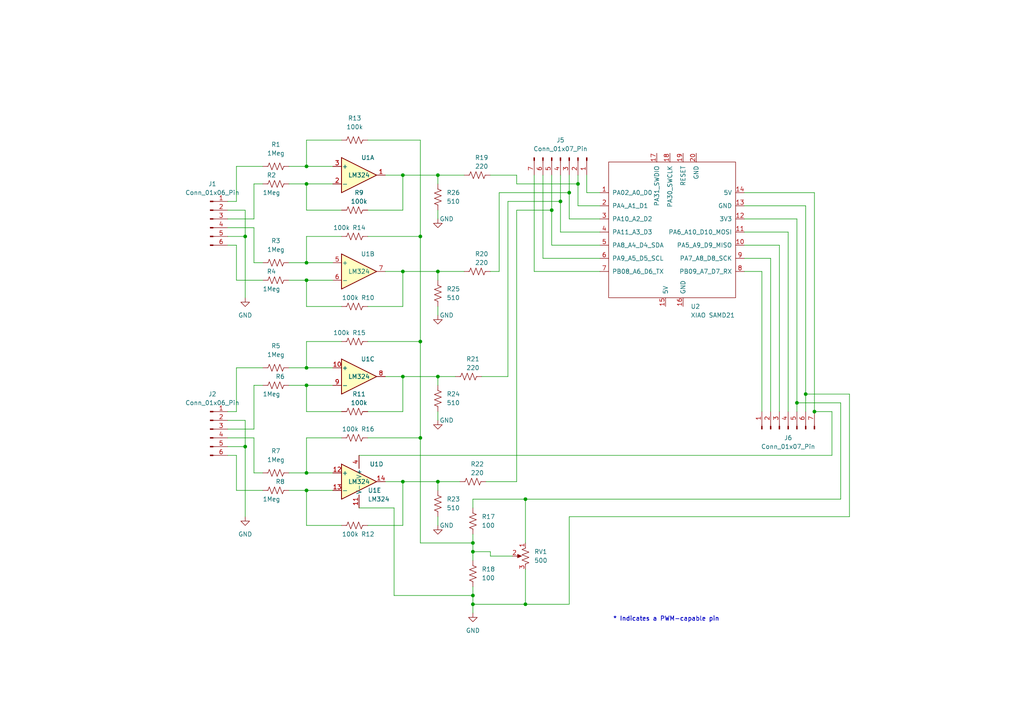
<source format=kicad_sch>
(kicad_sch (version 20230121) (generator eeschema)
  (paper "A4")
  (title_block (date "mar. 31 mars 2015"))
  (lib_symbols
    (symbol "Amplifier_Operational:LM324" (pin_names (offset 0.127))
      (property "Reference" "U" (at 0 5.08 0))
      (property "Value" "LM324" (at 0 -5.08 0))
      (symbol "LM324_1_1"
        (polyline (pts (xy -5.08 5.08) (xy 5.08 0) (xy -5.08 -5.08) (xy -5.08 5.08)) (stroke (width 0.254)) (fill (type background)))
        (pin output line (at 7.62 0 180) (length 2.54) (name "~") (number "1"))
        (pin input line (at -7.62 -2.54 0) (length 2.54) (name "-") (number "2"))
        (pin input line (at -7.62 2.54 0) (length 2.54) (name "+") (number "3"))
      )
      (symbol "LM324_2_1"
        (polyline (pts (xy -5.08 5.08) (xy 5.08 0) (xy -5.08 -5.08) (xy -5.08 5.08)) (stroke (width 0.254)) (fill (type background)))
        (pin input line (at -7.62 2.54 0) (length 2.54) (name "+") (number "5"))
        (pin input line (at -7.62 -2.54 0) (length 2.54) (name "-") (number "6"))
        (pin output line (at 7.62 0 180) (length 2.54) (name "~") (number "7"))
      )
      (symbol "LM324_3_1"
        (polyline (pts (xy -5.08 5.08) (xy 5.08 0) (xy -5.08 -5.08) (xy -5.08 5.08)) (stroke (width 0.254)) (fill (type background)))
        (pin input line (at -7.62 2.54 0) (length 2.54) (name "+") (number "10"))
        (pin output line (at 7.62 0 180) (length 2.54) (name "~") (number "8"))
        (pin input line (at -7.62 -2.54 0) (length 2.54) (name "-") (number "9"))
      )
      (symbol "LM324_4_1"
        (polyline (pts (xy -5.08 5.08) (xy 5.08 0) (xy -5.08 -5.08) (xy -5.08 5.08)) (stroke (width 0.254)) (fill (type background)))
        (pin input line (at -7.62 2.54 0) (length 2.54) (name "+") (number "12"))
        (pin input line (at -7.62 -2.54 0) (length 2.54) (name "-") (number "13"))
        (pin output line (at 7.62 0 180) (length 2.54) (name "~") (number "14"))
      )
      (symbol "LM324_5_1"
        (pin power_in line (at -2.54 -7.62 90) (length 3.81) (name "V-") (number "11"))
        (pin power_in line (at -2.54 7.62 270) (length 3.81) (name "V+") (number "4"))
      )
    )
    (symbol "Connector:Conn_01x06_Pin" (pin_names (offset 1.016) hide)
      (property "Reference" "J" (at 0 7.62 0))
      (property "Value" "Conn_01x06_Pin" (at 0 -10.16 0))
      (symbol "Conn_01x06_Pin_1_1"
        (polyline (pts (xy 1.27 -7.62) (xy 0.8636 -7.62)) (stroke (width 0.1524)))
        (polyline (pts (xy 1.27 -5.08) (xy 0.8636 -5.08)) (stroke (width 0.1524)))
        (polyline (pts (xy 1.27 -2.54) (xy 0.8636 -2.54)) (stroke (width 0.1524)))
        (polyline (pts (xy 1.27 0) (xy 0.8636 0)) (stroke (width 0.1524)))
        (polyline (pts (xy 1.27 2.54) (xy 0.8636 2.54)) (stroke (width 0.1524)))
        (polyline (pts (xy 1.27 5.08) (xy 0.8636 5.08)) (stroke (width 0.1524)))
        (rectangle (start 0.8636 -7.493) (end 0 -7.747) (stroke (width 0.1524)) (fill (type outline)))
        (rectangle (start 0.8636 -4.953) (end 0 -5.207) (stroke (width 0.1524)) (fill (type outline)))
        (rectangle (start 0.8636 -2.413) (end 0 -2.667) (stroke (width 0.1524)) (fill (type outline)))
        (rectangle (start 0.8636 0.127) (end 0 -0.127) (stroke (width 0.1524)) (fill (type outline)))
        (rectangle (start 0.8636 2.667) (end 0 2.413) (stroke (width 0.1524)) (fill (type outline)))
        (rectangle (start 0.8636 5.207) (end 0 4.953) (stroke (width 0.1524)) (fill (type outline)))
        (pin passive line (at 5.08 5.08 180) (length 3.81) (name "Pin_1") (number "1"))
        (pin passive line (at 5.08 2.54 180) (length 3.81) (name "Pin_2") (number "2"))
        (pin passive line (at 5.08 0 180) (length 3.81) (name "Pin_3") (number "3"))
        (pin passive line (at 5.08 -2.54 180) (length 3.81) (name "Pin_4") (number "4"))
        (pin passive line (at 5.08 -5.08 180) (length 3.81) (name "Pin_5") (number "5"))
        (pin passive line (at 5.08 -7.62 180) (length 3.81) (name "Pin_6") (number "6"))
      )
    )
    (symbol "Connector:Conn_01x07_Pin" (pin_names (offset 1.016) hide)
      (property "Reference" "J" (at 0 10.16 0))
      (property "Value" "Conn_01x07_Pin" (at 0 -10.16 0))
      (symbol "Conn_01x07_Pin_1_1"
        (polyline (pts (xy 1.27 -7.62) (xy 0.8636 -7.62)) (stroke (width 0.1524)))
        (polyline (pts (xy 1.27 -5.08) (xy 0.8636 -5.08)) (stroke (width 0.1524)))
        (polyline (pts (xy 1.27 -2.54) (xy 0.8636 -2.54)) (stroke (width 0.1524)))
        (polyline (pts (xy 1.27 0) (xy 0.8636 0)) (stroke (width 0.1524)))
        (polyline (pts (xy 1.27 2.54) (xy 0.8636 2.54)) (stroke (width 0.1524)))
        (polyline (pts (xy 1.27 5.08) (xy 0.8636 5.08)) (stroke (width 0.1524)))
        (polyline (pts (xy 1.27 7.62) (xy 0.8636 7.62)) (stroke (width 0.1524)))
        (rectangle (start 0.8636 -7.493) (end 0 -7.747) (stroke (width 0.1524)) (fill (type outline)))
        (rectangle (start 0.8636 -4.953) (end 0 -5.207) (stroke (width 0.1524)) (fill (type outline)))
        (rectangle (start 0.8636 -2.413) (end 0 -2.667) (stroke (width 0.1524)) (fill (type outline)))
        (rectangle (start 0.8636 0.127) (end 0 -0.127) (stroke (width 0.1524)) (fill (type outline)))
        (rectangle (start 0.8636 2.667) (end 0 2.413) (stroke (width 0.1524)) (fill (type outline)))
        (rectangle (start 0.8636 5.207) (end 0 4.953) (stroke (width 0.1524)) (fill (type outline)))
        (rectangle (start 0.8636 7.747) (end 0 7.493) (stroke (width 0.1524)) (fill (type outline)))
        (pin passive line (at 5.08 7.62 180) (length 3.81) (name "Pin_1") (number "1"))
        (pin passive line (at 5.08 5.08 180) (length 3.81) (name "Pin_2") (number "2"))
        (pin passive line (at 5.08 2.54 180) (length 3.81) (name "Pin_3") (number "3"))
        (pin passive line (at 5.08 0 180) (length 3.81) (name "Pin_4") (number "4"))
        (pin passive line (at 5.08 -2.54 180) (length 3.81) (name "Pin_5") (number "5"))
        (pin passive line (at 5.08 -5.08 180) (length 3.81) (name "Pin_6") (number "6"))
        (pin passive line (at 5.08 -7.62 180) (length 3.81) (name "Pin_7") (number "7"))
      )
    )
    (symbol "Device:R_Potentiometer_US" (pin_names (offset 1.016) hide)
      (property "Reference" "RV" (at -4.445 0 90))
      (property "Value" "R_Potentiometer_US" (at -2.54 0 90))
      (symbol "R_Potentiometer_US_0_1"
        (polyline (pts (xy 0 -2.286) (xy 0 -2.54)))
        (polyline (pts (xy 0 2.54) (xy 0 2.286)))
        (polyline (pts (xy 2.54 0) (xy 1.524 0)))
        (polyline (pts (xy 1.143 0) (xy 2.286 0.508) (xy 2.286 -0.508) (xy 1.143 0)) (fill (type outline)))
        (polyline (pts (xy 0 -0.762) (xy 1.016 -1.143) (xy 0 -1.524) (xy -1.016 -1.905) (xy 0 -2.286)))
        (polyline (pts (xy 0 0.762) (xy 1.016 0.381) (xy 0 0) (xy -1.016 -0.381) (xy 0 -0.762)))
        (polyline (pts (xy 0 2.286) (xy 1.016 1.905) (xy 0 1.524) (xy -1.016 1.143) (xy 0 0.762)))
      )
      (symbol "R_Potentiometer_US_1_1"
        (pin passive line (at 0 3.81 270) (length 1.27) (name "1") (number "1"))
        (pin passive line (at 3.81 0 180) (length 1.27) (name "2") (number "2"))
        (pin passive line (at 0 -3.81 90) (length 1.27) (name "3") (number "3"))
      )
    )
    (symbol "Device:R_US" (pin_numbers hide) (pin_names (offset 0))
      (property "Reference" "R" (at 2.54 0 90))
      (property "Value" "R_US" (at -2.54 0 90))
      (symbol "R_US_0_1"
        (polyline (pts (xy 0 -2.286) (xy 0 -2.54)))
        (polyline (pts (xy 0 2.286) (xy 0 2.54)))
        (polyline (pts (xy 0 -0.762) (xy 1.016 -1.143) (xy 0 -1.524) (xy -1.016 -1.905) (xy 0 -2.286)))
        (polyline (pts (xy 0 0.762) (xy 1.016 0.381) (xy 0 0) (xy -1.016 -0.381) (xy 0 -0.762)))
        (polyline (pts (xy 0 2.286) (xy 1.016 1.905) (xy 0 1.524) (xy -1.016 1.143) (xy 0 0.762)))
      )
      (symbol "R_US_1_1"
        (pin passive line (at 0 3.81 270) (length 1.27) (name "~") (number "1"))
        (pin passive line (at 0 -3.81 90) (length 1.27) (name "~") (number "2"))
      )
    )
    (symbol "Seeeduino XIAO:SeeeduinoXIAO" (pin_names (offset 1.016))
      (property "Reference" "U" (at -19.05 22.86 0))
      (property "Value" "SeeeduinoXIAO" (at -12.7 21.59 0))
      (symbol "SeeeduinoXIAO_0_1"
        (rectangle (start -19.05 20.32) (end 17.78 -19.05))
      )
      (symbol "SeeeduinoXIAO_1_1"
        (pin unspecified line (at -21.59 11.43 0) (length 2.54) (name "PA02_A0_D0") (number "1"))
        (pin unspecified line (at 20.32 -3.81 180) (length 2.54) (name "PA5_A9_D9_MISO") (number "10"))
        (pin unspecified line (at 20.32 0 180) (length 2.54) (name "PA6_A10_D10_MOSI") (number "11"))
        (pin unspecified line (at 20.32 3.81 180) (length 2.54) (name "3V3") (number "12"))
        (pin unspecified line (at 20.32 7.62 180) (length 2.54) (name "GND") (number "13"))
        (pin unspecified line (at 20.32 11.43 180) (length 2.54) (name "5V") (number "14"))
        (pin input line (at -2.54 -21.59 90) (length 2.54) (name "5V") (number "15"))
        (pin input line (at 2.54 -21.59 90) (length 2.54) (name "GND") (number "16"))
        (pin input line (at -5.08 22.86 270) (length 2.54) (name "PA31_SWDIO") (number "17"))
        (pin input line (at -1.27 22.86 270) (length 2.54) (name "PA30_SWCLK") (number "18"))
        (pin input line (at 2.54 22.86 270) (length 2.54) (name "RESET") (number "19"))
        (pin unspecified line (at -21.59 7.62 0) (length 2.54) (name "PA4_A1_D1") (number "2"))
        (pin input line (at 6.35 22.86 270) (length 2.54) (name "GND") (number "20"))
        (pin unspecified line (at -21.59 3.81 0) (length 2.54) (name "PA10_A2_D2") (number "3"))
        (pin unspecified line (at -21.59 0 0) (length 2.54) (name "PA11_A3_D3") (number "4"))
        (pin unspecified line (at -21.59 -3.81 0) (length 2.54) (name "PA8_A4_D4_SDA") (number "5"))
        (pin unspecified line (at -21.59 -7.62 0) (length 2.54) (name "PA9_A5_D5_SCL") (number "6"))
        (pin unspecified line (at -21.59 -11.43 0) (length 2.54) (name "PB08_A6_D6_TX") (number "7"))
        (pin unspecified line (at 20.32 -11.43 180) (length 2.54) (name "PB09_A7_D7_RX") (number "8"))
        (pin unspecified line (at 20.32 -7.62 180) (length 2.54) (name "PA7_A8_D8_SCK") (number "9"))
      )
    )
    (symbol "power:GND" (power) (pin_names (offset 0))
      (property "Value" "GND" (at 0 -3.81 0))
      (symbol "GND_0_1"
        (polyline (pts (xy 0 0) (xy 0 -1.27) (xy 1.27 -1.27) (xy 0 -2.54) (xy -1.27 -1.27) (xy 0 -1.27)))
      )
      (symbol "GND_1_1"
        (pin power_in line (at 0 0 270) (length 0) hide (name "GND") (number "1"))
      )
    )
  )
  (junction (at 88.9 111.76))
  (junction (at 88.9 48.26))
  (junction (at 137.16 160.02))
  (junction (at 121.92 127))
  (junction (at 137.16 172.72))
  (junction (at 233.68 114.3))
  (junction (at 236.22 119.38))
  (junction (at 231.14 116.84))
  (junction (at 162.56 58.42))
  (junction (at 116.84 78.74))
  (junction (at 121.92 68.58))
  (junction (at 152.4 144.78))
  (junction (at 71.12 129.54))
  (junction (at 165.1 55.88))
  (junction (at 137.16 175.26))
  (junction (at 88.9 53.34))
  (junction (at 152.4 175.26))
  (junction (at 127 109.22))
  (junction (at 116.84 109.22))
  (junction (at 121.92 99.06))
  (junction (at 88.9 106.68))
  (junction (at 160.02 60.96))
  (junction (at 88.9 142.24))
  (junction (at 116.84 139.7))
  (junction (at 127 50.8))
  (junction (at 167.64 53.34))
  (junction (at 71.12 68.58))
  (junction (at 116.84 50.8))
  (junction (at 88.9 81.28))
  (junction (at 88.9 137.16))
  (junction (at 88.9 76.2))
  (junction (at 127 139.7))
  (junction (at 127 78.74))
  (junction (at 137.16 157.48))
  (wire (pts (xy 88.9 48.26) (xy 96.52 48.26)))
  (wire (pts (xy 73.66 66.04) (xy 66.04 66.04)))
  (wire (pts (xy 116.84 109.22) (xy 116.84 119.38)))
  (wire (pts (xy 147.32 58.42) (xy 162.56 58.42)))
  (wire (pts (xy 226.06 71.12) (xy 226.06 119.38)))
  (wire (pts (xy 99.06 40.64) (xy 88.9 40.64)))
  (wire (pts (xy 66.04 132.08) (xy 68.58 132.08)))
  (wire (pts (xy 236.22 119.38) (xy 241.3 119.38)))
  (wire (pts (xy 137.16 154.94) (xy 137.16 157.48)))
  (wire (pts (xy 162.56 58.42) (xy 162.56 67.31)))
  (wire (pts (xy 116.84 60.96) (xy 116.84 50.8)))
  (wire (pts (xy 88.9 106.68) (xy 96.52 106.68)))
  (wire (pts (xy 215.9 59.69) (xy 233.68 59.69)))
  (wire (pts (xy 149.86 53.34) (xy 167.64 53.34)))
  (wire (pts (xy 149.86 50.8) (xy 149.86 53.34)))
  (wire (pts (xy 88.9 76.2) (xy 96.52 76.2)))
  (wire (pts (xy 88.9 142.24) (xy 88.9 152.4)))
  (wire (pts (xy 233.68 59.69) (xy 233.68 114.3)))
  (wire (pts (xy 71.12 60.96) (xy 71.12 68.58)))
  (wire (pts (xy 83.82 81.28) (xy 88.9 81.28)))
  (wire (pts (xy 66.04 60.96) (xy 71.12 60.96)))
  (wire (pts (xy 99.06 127) (xy 88.9 127)))
  (wire (pts (xy 88.9 111.76) (xy 96.52 111.76)))
  (wire (pts (xy 144.78 78.74) (xy 144.78 55.88)))
  (wire (pts (xy 88.9 99.06) (xy 88.9 106.68)))
  (wire (pts (xy 83.82 106.68) (xy 88.9 106.68)))
  (wire (pts (xy 121.92 157.48) (xy 137.16 157.48)))
  (wire (pts (xy 121.92 127) (xy 121.92 99.06)))
  (wire (pts (xy 167.64 50.8) (xy 167.64 53.34)))
  (wire (pts (xy 106.68 60.96) (xy 116.84 60.96)))
  (wire (pts (xy 157.48 50.8) (xy 157.48 74.93)))
  (wire (pts (xy 223.52 74.93) (xy 223.52 119.38)))
  (wire (pts (xy 142.24 50.8) (xy 149.86 50.8)))
  (wire (pts (xy 160.02 50.8) (xy 160.02 60.96)))
  (wire (pts (xy 88.9 40.64) (xy 88.9 48.26)))
  (wire (pts (xy 76.2 137.16) (xy 73.66 137.16)))
  (wire (pts (xy 142.24 78.74) (xy 144.78 78.74)))
  (wire (pts (xy 236.22 55.88) (xy 236.22 119.38)))
  (wire (pts (xy 88.9 60.96) (xy 88.9 53.34)))
  (wire (pts (xy 76.2 81.28) (xy 68.58 81.28)))
  (wire (pts (xy 73.66 76.2) (xy 73.66 66.04)))
  (wire (pts (xy 76.2 53.34) (xy 73.66 53.34)))
  (wire (pts (xy 99.06 60.96) (xy 88.9 60.96)))
  (wire (pts (xy 66.04 124.46) (xy 73.66 124.46)))
  (wire (pts (xy 83.82 76.2) (xy 88.9 76.2)))
  (wire (pts (xy 215.9 71.12) (xy 226.06 71.12)))
  (wire (pts (xy 165.1 55.88) (xy 165.1 63.5)))
  (wire (pts (xy 116.84 109.22) (xy 127 109.22)))
  (wire (pts (xy 243.84 144.78) (xy 152.4 144.78)))
  (wire (pts (xy 106.68 152.4) (xy 116.84 152.4)))
  (wire (pts (xy 73.66 111.76) (xy 73.66 124.46)))
  (wire (pts (xy 137.16 157.48) (xy 137.16 160.02)))
  (wire (pts (xy 127 139.7) (xy 127 142.24)))
  (wire (pts (xy 106.68 119.38) (xy 116.84 119.38)))
  (wire (pts (xy 173.99 74.93) (xy 157.48 74.93)))
  (wire (pts (xy 127 78.74) (xy 127 81.28)))
  (wire (pts (xy 114.3 147.32) (xy 114.3 172.72)))
  (wire (pts (xy 127 109.22) (xy 127 111.76)))
  (wire (pts (xy 152.4 144.78) (xy 137.16 144.78)))
  (wire (pts (xy 116.84 139.7) (xy 116.84 152.4)))
  (wire (pts (xy 73.66 127) (xy 66.04 127)))
  (wire (pts (xy 231.14 116.84) (xy 231.14 119.38)))
  (wire (pts (xy 111.76 78.74) (xy 116.84 78.74)))
  (wire (pts (xy 88.9 81.28) (xy 88.9 88.9)))
  (wire (pts (xy 76.2 76.2) (xy 73.66 76.2)))
  (wire (pts (xy 137.16 170.18) (xy 137.16 172.72)))
  (wire (pts (xy 162.56 67.31) (xy 173.99 67.31)))
  (wire (pts (xy 127 119.38) (xy 127 121.92)))
  (wire (pts (xy 215.9 63.5) (xy 231.14 63.5)))
  (wire (pts (xy 83.82 142.24) (xy 88.9 142.24)))
  (wire (pts (xy 106.68 40.64) (xy 121.92 40.64)))
  (wire (pts (xy 149.86 60.96) (xy 149.86 139.7)))
  (wire (pts (xy 66.04 129.54) (xy 71.12 129.54)))
  (wire (pts (xy 170.18 55.88) (xy 173.99 55.88)))
  (wire (pts (xy 148.59 161.29) (xy 142.24 161.29)))
  (wire (pts (xy 106.68 68.58) (xy 121.92 68.58)))
  (wire (pts (xy 76.2 111.76) (xy 73.66 111.76)))
  (wire (pts (xy 116.84 78.74) (xy 127 78.74)))
  (wire (pts (xy 140.97 139.7) (xy 149.86 139.7)))
  (wire (pts (xy 68.58 119.38) (xy 66.04 119.38)))
  (wire (pts (xy 127 88.9) (xy 127 91.44)))
  (wire (pts (xy 165.1 50.8) (xy 165.1 55.88)))
  (wire (pts (xy 228.6 67.31) (xy 228.6 119.38)))
  (wire (pts (xy 76.2 48.26) (xy 68.58 48.26)))
  (wire (pts (xy 73.66 53.34) (xy 73.66 63.5)))
  (wire (pts (xy 99.06 68.58) (xy 88.9 68.58)))
  (wire (pts (xy 162.56 50.8) (xy 162.56 58.42)))
  (wire (pts (xy 137.16 175.26) (xy 137.16 177.8)))
  (wire (pts (xy 152.4 175.26) (xy 137.16 175.26)))
  (wire (pts (xy 66.04 68.58) (xy 71.12 68.58)))
  (wire (pts (xy 139.7 109.22) (xy 147.32 109.22)))
  (wire (pts (xy 170.18 50.8) (xy 170.18 55.88)))
  (wire (pts (xy 160.02 71.12) (xy 173.99 71.12)))
  (wire (pts (xy 127 78.74) (xy 134.62 78.74)))
  (wire (pts (xy 127 139.7) (xy 133.35 139.7)))
  (wire (pts (xy 68.58 48.26) (xy 68.58 58.42)))
  (wire (pts (xy 121.92 127) (xy 121.92 157.48)))
  (wire (pts (xy 152.4 144.78) (xy 152.4 157.48)))
  (wire (pts (xy 127 50.8) (xy 134.62 50.8)))
  (wire (pts (xy 106.68 88.9) (xy 116.84 88.9)))
  (wire (pts (xy 231.14 116.84) (xy 243.84 116.84)))
  (wire (pts (xy 68.58 81.28) (xy 68.58 71.12)))
  (wire (pts (xy 167.64 59.69) (xy 173.99 59.69)))
  (wire (pts (xy 167.64 53.34) (xy 167.64 59.69)))
  (wire (pts (xy 116.84 78.74) (xy 116.84 88.9)))
  (wire (pts (xy 121.92 68.58) (xy 121.92 99.06)))
  (wire (pts (xy 111.76 139.7) (xy 116.84 139.7)))
  (wire (pts (xy 76.2 142.24) (xy 68.58 142.24)))
  (wire (pts (xy 73.66 137.16) (xy 73.66 127)))
  (wire (pts (xy 142.24 160.02) (xy 137.16 160.02)))
  (wire (pts (xy 88.9 81.28) (xy 96.52 81.28)))
  (wire (pts (xy 111.76 109.22) (xy 116.84 109.22)))
  (wire (pts (xy 149.86 60.96) (xy 160.02 60.96)))
  (wire (pts (xy 68.58 142.24) (xy 68.58 132.08)))
  (wire (pts (xy 83.82 53.34) (xy 88.9 53.34)))
  (wire (pts (xy 233.68 114.3) (xy 246.38 114.3)))
  (wire (pts (xy 71.12 129.54) (xy 71.12 149.86)))
  (wire (pts (xy 220.98 78.74) (xy 220.98 119.38)))
  (wire (pts (xy 137.16 160.02) (xy 137.16 162.56)))
  (wire (pts (xy 173.99 78.74) (xy 154.94 78.74)))
  (wire (pts (xy 99.06 88.9) (xy 88.9 88.9)))
  (wire (pts (xy 127 149.86) (xy 127 152.4)))
  (wire (pts (xy 154.94 50.8) (xy 154.94 78.74)))
  (wire (pts (xy 142.24 161.29) (xy 142.24 160.02)))
  (wire (pts (xy 88.9 111.76) (xy 88.9 119.38)))
  (wire (pts (xy 215.9 78.74) (xy 220.98 78.74)))
  (wire (pts (xy 66.04 63.5) (xy 73.66 63.5)))
  (wire (pts (xy 83.82 137.16) (xy 88.9 137.16)))
  (wire (pts (xy 76.2 106.68) (xy 68.58 106.68)))
  (wire (pts (xy 127 50.8) (xy 127 53.34)))
  (wire (pts (xy 137.16 144.78) (xy 137.16 147.32)))
  (wire (pts (xy 88.9 68.58) (xy 88.9 76.2)))
  (wire (pts (xy 116.84 139.7) (xy 127 139.7)))
  (wire (pts (xy 127 109.22) (xy 132.08 109.22)))
  (wire (pts (xy 99.06 119.38) (xy 88.9 119.38)))
  (wire (pts (xy 88.9 142.24) (xy 96.52 142.24)))
  (wire (pts (xy 99.06 99.06) (xy 88.9 99.06)))
  (wire (pts (xy 68.58 106.68) (xy 68.58 119.38)))
  (wire (pts (xy 137.16 172.72) (xy 137.16 175.26)))
  (wire (pts (xy 173.99 63.5) (xy 165.1 63.5)))
  (wire (pts (xy 104.14 132.08) (xy 241.3 132.08)))
  (wire (pts (xy 71.12 121.92) (xy 71.12 129.54)))
  (wire (pts (xy 106.68 127) (xy 121.92 127)))
  (wire (pts (xy 243.84 116.84) (xy 243.84 144.78)))
  (wire (pts (xy 71.12 68.58) (xy 71.12 86.36)))
  (wire (pts (xy 165.1 149.86) (xy 165.1 175.26)))
  (wire (pts (xy 160.02 60.96) (xy 160.02 71.12)))
  (wire (pts (xy 215.9 74.93) (xy 223.52 74.93)))
  (wire (pts (xy 99.06 152.4) (xy 88.9 152.4)))
  (wire (pts (xy 246.38 114.3) (xy 246.38 149.86)))
  (wire (pts (xy 147.32 58.42) (xy 147.32 109.22)))
  (wire (pts (xy 88.9 137.16) (xy 96.52 137.16)))
  (wire (pts (xy 215.9 55.88) (xy 236.22 55.88)))
  (wire (pts (xy 66.04 121.92) (xy 71.12 121.92)))
  (wire (pts (xy 83.82 48.26) (xy 88.9 48.26)))
  (wire (pts (xy 116.84 50.8) (xy 127 50.8)))
  (wire (pts (xy 104.14 147.32) (xy 114.3 147.32)))
  (wire (pts (xy 106.68 99.06) (xy 121.92 99.06)))
  (wire (pts (xy 241.3 119.38) (xy 241.3 132.08)))
  (wire (pts (xy 114.3 172.72) (xy 137.16 172.72)))
  (wire (pts (xy 88.9 53.34) (xy 96.52 53.34)))
  (wire (pts (xy 231.14 63.5) (xy 231.14 116.84)))
  (wire (pts (xy 165.1 175.26) (xy 152.4 175.26)))
  (wire (pts (xy 121.92 40.64) (xy 121.92 68.58)))
  (wire (pts (xy 127 60.96) (xy 127 63.5)))
  (wire (pts (xy 66.04 71.12) (xy 68.58 71.12)))
  (wire (pts (xy 83.82 111.76) (xy 88.9 111.76)))
  (wire (pts (xy 88.9 127) (xy 88.9 137.16)))
  (wire (pts (xy 246.38 149.86) (xy 165.1 149.86)))
  (wire (pts (xy 233.68 114.3) (xy 233.68 119.38)))
  (wire (pts (xy 144.78 55.88) (xy 165.1 55.88)))
  (wire (pts (xy 215.9 67.31) (xy 228.6 67.31)))
  (wire (pts (xy 152.4 165.1) (xy 152.4 175.26)))
  (wire (pts (xy 68.58 58.42) (xy 66.04 58.42)))
  (wire (pts (xy 116.84 50.8) (xy 111.76 50.8)))
  (text "* Indicates a PWM-capable pin" (at 177.8 180.34 0) (effects (font (size 1.27 1.27)) (justify left bottom)))
  (text "* Indicates a PWM-capable pin" (at 177.8 180.34 0) (effects (font (size 1.27 1.27)) (justify left bottom)))
  (symbol (lib_id "Amplifier_Operational:LM324") (at 104.14 78.74 0) (unit 2)
    (property "Reference" "U1" (at 106.68 73.66 0))
    (property "Value" "LM324" (at 104.14 78.74 0))
    (property "Footprint" "Package_DIP:DIP-14_W7.62mm" (effects hide))
    (property "Datasheet" "http://www.ti.com/lit/ds/symlink/lm2902-n.pdf" (effects hide))
  )
  (symbol (lib_id "Device:R_US") (at 80.01 142.24 270) (unit 1)
    (property "Reference" "R8" (at 81.28 139.7 90))
    (property "Value" "1Meg" (at 78.74 144.78 90))
    (property "Footprint" "Resistor_THT:R_Axial_DIN0204_L3.6mm_D1.6mm_P7.62mm_Horizontal" (effects hide))
  )
  (symbol (lib_id "power:GND") (at 71.12 86.36 0) (unit 1)
    (property "Reference" "#PWR02" (effects hide))
    (property "Value" "GND" (at 71.12 91.44 0))
  )
  (symbol (lib_id "Device:R_US") (at 102.87 152.4 270) (unit 1)
    (property "Reference" "R12" (at 106.68 154.94 90))
    (property "Value" "100k" (at 101.6 154.94 90))
    (property "Footprint" "Resistor_THT:R_Axial_DIN0204_L3.6mm_D1.6mm_P7.62mm_Horizontal" (effects hide))
  )
  (symbol (lib_id "Device:R_US") (at 80.01 81.28 270) (unit 1)
    (property "Reference" "R4" (at 78.74 78.74 90))
    (property "Value" "1Meg" (at 78.74 83.82 90))
    (property "Footprint" "Resistor_THT:R_Axial_DIN0204_L3.6mm_D1.6mm_P7.62mm_Horizontal" (effects hide))
  )
  (symbol (lib_id "Device:R_US") (at 80.01 137.16 270) (unit 1)
    (property "Reference" "R7" (at 80.01 130.81 90))
    (property "Value" "1Meg" (at 80.01 133.35 90))
    (property "Footprint" "Resistor_THT:R_Axial_DIN0204_L3.6mm_D1.6mm_P7.62mm_Horizontal" (effects hide))
  )
  (symbol (lib_id "Connector:Conn_01x07_Pin") (at 162.56 45.72 270) (unit 1)
    (property "Reference" "J5" (at 162.56 40.64 90))
    (property "Value" "Conn_01x07_Pin" (at 162.56 43.18 90))
    (property "Footprint" "Connector_PinHeader_2.54mm:PinHeader_1x07_P2.54mm_Vertical" (effects hide))
  )
  (symbol (lib_id "Device:R_US") (at 127 85.09 0) (unit 1)
    (property "Reference" "R25" (at 129.54 83.82 0) (effects (justify left)))
    (property "Value" "510" (at 129.54 86.36 0) (effects (justify left)))
    (property "Footprint" "Resistor_THT:R_Axial_DIN0204_L3.6mm_D1.6mm_P7.62mm_Horizontal" (effects hide))
  )
  (symbol (lib_id "Device:R_US") (at 127 146.05 0) (unit 1)
    (property "Reference" "R23" (at 129.54 144.78 0) (effects (justify left)))
    (property "Value" "510" (at 129.54 147.32 0) (effects (justify left)))
    (property "Footprint" "Resistor_THT:R_Axial_DIN0204_L3.6mm_D1.6mm_P7.62mm_Horizontal" (effects hide))
  )
  (symbol (lib_id "Device:R_US") (at 80.01 106.68 270) (unit 1)
    (property "Reference" "R5" (at 80.01 100.33 90))
    (property "Value" "1Meg" (at 80.01 102.87 90))
    (property "Footprint" "Resistor_THT:R_Axial_DIN0204_L3.6mm_D1.6mm_P7.62mm_Horizontal" (effects hide))
  )
  (symbol (lib_id "Device:R_US") (at 135.89 109.22 270) (unit 1)
    (property "Reference" "R21" (at 137.16 104.14 90))
    (property "Value" "220" (at 137.16 106.68 90))
    (property "Footprint" "Resistor_THT:R_Axial_DIN0204_L3.6mm_D1.6mm_P7.62mm_Horizontal" (effects hide))
  )
  (symbol (lib_id "Device:R_US") (at 102.87 99.06 270) (unit 1)
    (property "Reference" "R15" (at 104.14 96.52 90))
    (property "Value" "100k" (at 99.06 96.52 90))
    (property "Footprint" "Resistor_THT:R_Axial_DIN0204_L3.6mm_D1.6mm_P7.62mm_Horizontal" (effects hide))
  )
  (symbol (lib_id "Device:R_US") (at 127 57.15 0) (unit 1)
    (property "Reference" "R26" (at 129.54 55.88 0) (effects (justify left)))
    (property "Value" "510" (at 129.54 58.42 0) (effects (justify left)))
    (property "Footprint" "Resistor_THT:R_Axial_DIN0204_L3.6mm_D1.6mm_P7.62mm_Horizontal" (effects hide))
  )
  (symbol (lib_id "Device:R_US") (at 138.43 78.74 270) (unit 1)
    (property "Reference" "R20" (at 139.7 73.66 90))
    (property "Value" "220" (at 139.7 76.2 90))
    (property "Footprint" "Resistor_THT:R_Axial_DIN0204_L3.6mm_D1.6mm_P7.62mm_Horizontal" (effects hide))
  )
  (symbol (lib_id "power:GND") (at 71.12 149.86 0) (unit 1)
    (property "Reference" "#PWR03" (effects hide))
    (property "Value" "GND" (at 71.12 154.94 0))
  )
  (symbol (lib_id "Connector:Conn_01x07_Pin") (at 228.6 124.46 90) (unit 1)
    (property "Reference" "J6" (at 228.6 127 90))
    (property "Value" "Conn_01x07_Pin" (at 228.6 129.54 90))
    (property "Footprint" "Connector_PinHeader_2.54mm:PinHeader_1x07_P2.54mm_Vertical" (effects hide))
  )
  (symbol (lib_id "Device:R_US") (at 102.87 127 270) (unit 1)
    (property "Reference" "R16" (at 106.68 124.46 90))
    (property "Value" "100k" (at 101.6 124.46 90))
    (property "Footprint" "Resistor_THT:R_Axial_DIN0204_L3.6mm_D1.6mm_P7.62mm_Horizontal" (effects hide))
  )
  (symbol (lib_id "Device:R_US") (at 80.01 48.26 270) (unit 1)
    (property "Reference" "R1" (at 80.01 41.91 90))
    (property "Value" "1Meg" (at 80.01 44.45 90))
    (property "Footprint" "Resistor_THT:R_Axial_DIN0204_L3.6mm_D1.6mm_P7.62mm_Horizontal" (effects hide))
  )
  (symbol (lib_id "power:GND") (at 137.16 177.8 0) (unit 1)
    (property "Reference" "#PWR01" (effects hide))
    (property "Value" "GND" (at 137.16 182.88 0))
  )
  (symbol (lib_id "Amplifier_Operational:LM324") (at 104.14 50.8 0) (unit 1)
    (property "Reference" "U1" (at 106.68 45.72 0))
    (property "Value" "LM324" (at 104.14 50.8 0))
    (property "Footprint" "Package_DIP:DIP-14_W7.62mm" (effects hide))
    (property "Datasheet" "http://www.ti.com/lit/ds/symlink/lm2902-n.pdf" (effects hide))
  )
  (symbol (lib_id "power:GND") (at 127 91.44 0) (unit 1)
    (property "Reference" "#PWR06" (effects hide))
    (property "Value" "GND" (at 129.54 91.44 0))
  )
  (symbol (lib_id "Device:R_US") (at 80.01 111.76 270) (unit 1)
    (property "Reference" "R6" (at 81.28 109.22 90))
    (property "Value" "1Meg" (at 78.74 114.3 90))
    (property "Footprint" "Resistor_THT:R_Axial_DIN0204_L3.6mm_D1.6mm_P7.62mm_Horizontal" (effects hide))
  )
  (symbol (lib_id "Device:R_US") (at 137.16 151.13 0) (unit 1)
    (property "Reference" "R17" (at 139.7 149.86 0) (effects (justify left)))
    (property "Value" "100" (at 139.7 152.4 0) (effects (justify left)))
    (property "Footprint" "Resistor_THT:R_Axial_DIN0204_L3.6mm_D1.6mm_P7.62mm_Horizontal" (effects hide))
  )
  (symbol (lib_id "Device:R_US") (at 102.87 68.58 270) (unit 1)
    (property "Reference" "R14" (at 104.14 66.04 90))
    (property "Value" "100k" (at 99.06 66.04 90))
    (property "Footprint" "Resistor_THT:R_Axial_DIN0204_L3.6mm_D1.6mm_P7.62mm_Horizontal" (effects hide))
  )
  (symbol (lib_id "Device:R_US") (at 102.87 88.9 270) (unit 1)
    (property "Reference" "R10" (at 106.68 86.36 90))
    (property "Value" "100k" (at 101.6 86.36 90))
    (property "Footprint" "Resistor_THT:R_Axial_DIN0204_L3.6mm_D1.6mm_P7.62mm_Horizontal" (effects hide))
  )
  (symbol (lib_id "Device:R_US") (at 102.87 119.38 270) (unit 1)
    (property "Reference" "R11" (at 104.14 114.3 90))
    (property "Value" "100k" (at 104.14 116.84 90))
    (property "Footprint" "Resistor_THT:R_Axial_DIN0204_L3.6mm_D1.6mm_P7.62mm_Horizontal" (effects hide))
  )
  (symbol (lib_id "Device:R_US") (at 102.87 40.64 270) (unit 1)
    (property "Reference" "R13" (at 102.87 34.29 90))
    (property "Value" "100k" (at 102.87 36.83 90))
    (property "Footprint" "Resistor_THT:R_Axial_DIN0204_L3.6mm_D1.6mm_P7.62mm_Horizontal" (effects hide))
  )
  (symbol (lib_id "Connector:Conn_01x06_Pin") (at 60.96 63.5 0) (unit 1)
    (property "Reference" "J1" (at 61.595 53.34 0))
    (property "Value" "Conn_01x06_Pin" (at 61.595 55.88 0))
    (property "Footprint" "Connector_PinHeader_2.54mm:PinHeader_1x06_P2.54mm_Vertical" (effects hide))
  )
  (symbol (lib_id "Amplifier_Operational:LM324") (at 104.14 139.7 0) (unit 4)
    (property "Reference" "U1" (at 109.22 134.62 0))
    (property "Value" "LM324" (at 104.14 139.7 0))
    (property "Footprint" "Package_DIP:DIP-14_W7.62mm" (effects hide))
    (property "Datasheet" "http://www.ti.com/lit/ds/symlink/lm2902-n.pdf" (effects hide))
  )
  (symbol (lib_id "power:GND") (at 127 152.4 0) (unit 1)
    (property "Reference" "#PWR04" (effects hide))
    (property "Value" "GND" (at 129.54 152.4 0))
  )
  (symbol (lib_id "Device:R_US") (at 137.16 139.7 270) (unit 1)
    (property "Reference" "R22" (at 138.43 134.62 90))
    (property "Value" "220" (at 138.43 137.16 90))
    (property "Footprint" "Resistor_THT:R_Axial_DIN0204_L3.6mm_D1.6mm_P7.62mm_Horizontal" (effects hide))
  )
  (symbol (lib_id "Device:R_US") (at 80.01 76.2 270) (unit 1)
    (property "Reference" "R3" (at 80.01 69.85 90))
    (property "Value" "1Meg" (at 80.01 72.39 90))
    (property "Footprint" "Resistor_THT:R_Axial_DIN0204_L3.6mm_D1.6mm_P7.62mm_Horizontal" (effects hide))
  )
  (symbol (lib_id "Device:R_US") (at 80.01 53.34 270) (unit 1)
    (property "Reference" "R2" (at 78.74 50.8 90))
    (property "Value" "1Meg" (at 78.74 55.88 90))
    (property "Footprint" "Resistor_THT:R_Axial_DIN0204_L3.6mm_D1.6mm_P7.62mm_Horizontal" (effects hide))
  )
  (symbol (lib_id "Seeeduino XIAO:SeeeduinoXIAO") (at 195.58 67.31 0) (unit 1)
    (property "Reference" "U2" (at 200.3141 88.9 0) (effects (justify left)))
    (property "Value" "XIAO SAMD21" (at 200.3141 91.44 0) (effects (justify left)))
    (property "Footprint" "Seeeduino XIAO KICAD:XIAO-MOUDLE14P-SMD-TH" (effects hide))
  )
  (symbol (lib_id "Device:R_US") (at 102.87 60.96 270) (unit 1)
    (property "Reference" "R9" (at 104.14 55.88 90))
    (property "Value" "100k" (at 104.14 58.42 90))
    (property "Footprint" "Resistor_THT:R_Axial_DIN0204_L3.6mm_D1.6mm_P7.62mm_Horizontal" (effects hide))
  )
  (symbol (lib_id "Device:R_US") (at 138.43 50.8 270) (unit 1)
    (property "Reference" "R19" (at 139.7 45.72 90))
    (property "Value" "220" (at 139.7 48.26 90))
    (property "Footprint" "Resistor_THT:R_Axial_DIN0204_L3.6mm_D1.6mm_P7.62mm_Horizontal" (effects hide))
  )
  (symbol (lib_id "power:GND") (at 127 121.92 0) (unit 1)
    (property "Reference" "#PWR05" (effects hide))
    (property "Value" "GND" (at 129.54 121.92 0))
  )
  (symbol (lib_id "Amplifier_Operational:LM324") (at 104.14 109.22 0) (unit 3)
    (property "Reference" "U1" (at 106.68 104.14 0))
    (property "Value" "LM324" (at 104.14 109.22 0))
    (property "Footprint" "Package_DIP:DIP-14_W7.62mm" (effects hide))
    (property "Datasheet" "http://www.ti.com/lit/ds/symlink/lm2902-n.pdf" (effects hide))
  )
  (symbol (lib_id "Device:R_Potentiometer_US") (at 152.4 161.29 0) (mirror y) (unit 1)
    (property "Reference" "RV1" (at 154.94 160.02 0) (effects (justify right)))
    (property "Value" "500" (at 154.94 162.56 0) (effects (justify right)))
    (property "Footprint" "Potentiometer_THT:Potentiometer_Bourns_3386F_Vertical" (effects hide))
  )
  (symbol (lib_id "Device:R_US") (at 127 115.57 0) (unit 1)
    (property "Reference" "R24" (at 129.54 114.3 0) (effects (justify left)))
    (property "Value" "510" (at 129.54 116.84 0) (effects (justify left)))
    (property "Footprint" "Resistor_THT:R_Axial_DIN0204_L3.6mm_D1.6mm_P7.62mm_Horizontal" (effects hide))
  )
  (symbol (lib_id "Connector:Conn_01x06_Pin") (at 60.96 124.46 0) (unit 1)
    (property "Reference" "J2" (at 61.595 114.3 0))
    (property "Value" "Conn_01x06_Pin" (at 61.595 116.84 0))
    (property "Footprint" "Connector_PinHeader_2.54mm:PinHeader_1x06_P2.54mm_Vertical" (effects hide))
  )
  (symbol (lib_id "Amplifier_Operational:LM324") (at 106.68 139.7 0) (unit 5)
    (property "Reference" "U1" (at 106.68 142.24 0) (effects (justify left)))
    (property "Value" "LM324" (at 106.68 144.78 0) (effects (justify left)))
    (property "Footprint" "Package_DIP:DIP-14_W7.62mm" (effects hide))
    (property "Datasheet" "http://www.ti.com/lit/ds/symlink/lm2902-n.pdf" (effects hide))
  )
  (symbol (lib_id "power:GND") (at 127 63.5 0) (unit 1)
    (property "Reference" "#PWR07" (effects hide))
    (property "Value" "GND" (at 129.54 63.5 0))
  )
  (symbol (lib_id "Device:R_US") (at 137.16 166.37 0) (unit 1)
    (property "Reference" "R18" (at 139.7 165.1 0) (effects (justify left)))
    (property "Value" "100" (at 139.7 167.64 0) (effects (justify left)))
    (property "Footprint" "Resistor_THT:R_Axial_DIN0204_L3.6mm_D1.6mm_P7.62mm_Horizontal" (effects hide))
  )
)
</source>
